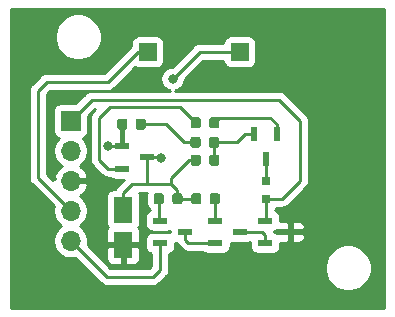
<source format=gbr>
%TF.GenerationSoftware,KiCad,Pcbnew,5.1.6-c6e7f7d~87~ubuntu18.04.1*%
%TF.CreationDate,2021-12-13T20:47:23-08:00*%
%TF.ProjectId,non-contact-voltage-sensor,6e6f6e2d-636f-46e7-9461-63742d766f6c,rev?*%
%TF.SameCoordinates,Original*%
%TF.FileFunction,Copper,L1,Top*%
%TF.FilePolarity,Positive*%
%FSLAX46Y46*%
G04 Gerber Fmt 4.6, Leading zero omitted, Abs format (unit mm)*
G04 Created by KiCad (PCBNEW 5.1.6-c6e7f7d~87~ubuntu18.04.1) date 2021-12-13 20:47:23*
%MOMM*%
%LPD*%
G01*
G04 APERTURE LIST*
%TA.AperFunction,SMDPad,CuDef*%
%ADD10R,1.500000X1.500000*%
%TD*%
%TA.AperFunction,ComponentPad*%
%ADD11O,1.700000X1.700000*%
%TD*%
%TA.AperFunction,ComponentPad*%
%ADD12R,1.700000X1.700000*%
%TD*%
%TA.AperFunction,SMDPad,CuDef*%
%ADD13R,1.600000X2.200000*%
%TD*%
%TA.AperFunction,SMDPad,CuDef*%
%ADD14R,0.800000X0.800000*%
%TD*%
%TA.AperFunction,SMDPad,CuDef*%
%ADD15R,1.300000X0.600000*%
%TD*%
%TA.AperFunction,SMDPad,CuDef*%
%ADD16R,0.600000X1.300000*%
%TD*%
%TA.AperFunction,ViaPad*%
%ADD17C,0.800000*%
%TD*%
%TA.AperFunction,Conductor*%
%ADD18C,0.250000*%
%TD*%
%TA.AperFunction,Conductor*%
%ADD19C,0.381000*%
%TD*%
%TA.AperFunction,Conductor*%
%ADD20C,0.254000*%
%TD*%
G04 APERTURE END LIST*
D10*
%TO.P,SW1,2*%
%TO.N,+9V*%
X155739000Y-88138000D03*
%TO.P,SW1,1*%
%TO.N,Net-(C1-Pad1)*%
X163539000Y-88138000D03*
%TD*%
D11*
%TO.P,J1,5*%
%TO.N,/Coil*%
X149225000Y-104140000D03*
%TO.P,J1,4*%
%TO.N,+9V*%
X149225000Y-101600000D03*
%TO.P,J1,3*%
%TO.N,GND*%
X149225000Y-99060000D03*
%TO.P,J1,2*%
%TO.N,/SP+*%
X149225000Y-96520000D03*
D12*
%TO.P,J1,1*%
%TO.N,/SP-*%
X149225000Y-93980000D03*
%TD*%
D13*
%TO.P,C1,2*%
%TO.N,GND*%
X153670000Y-104497000D03*
%TO.P,C1,1*%
%TO.N,Net-(C1-Pad1)*%
X153670000Y-101497000D03*
%TD*%
D14*
%TO.P,D1,2*%
%TO.N,Net-(D1-Pad2)*%
X165735000Y-99072000D03*
%TO.P,D1,1*%
%TO.N,/SP-*%
X165735000Y-100572000D03*
%TD*%
D15*
%TO.P,Q5,1*%
%TO.N,/SP+*%
X153585200Y-96128800D03*
%TO.P,Q5,2*%
%TO.N,Net-(Q5-Pad2)*%
X153585200Y-98028800D03*
%TO.P,Q5,3*%
%TO.N,Net-(C1-Pad1)*%
X155685200Y-97078800D03*
%TD*%
D16*
%TO.P,Q4,1*%
%TO.N,Net-(Q4-Pad1)*%
X166685000Y-95089000D03*
%TO.P,Q4,2*%
%TO.N,Net-(Q4-Pad2)*%
X164785000Y-95089000D03*
%TO.P,Q4,3*%
%TO.N,Net-(D1-Pad2)*%
X165735000Y-97189000D03*
%TD*%
D15*
%TO.P,Q3,1*%
%TO.N,/SP-*%
X165701000Y-102428000D03*
%TO.P,Q3,2*%
%TO.N,Net-(Q2-Pad3)*%
X165701000Y-104328000D03*
%TO.P,Q3,3*%
%TO.N,GND*%
X167801000Y-103378000D03*
%TD*%
%TO.P,Q2,1*%
%TO.N,Net-(Q2-Pad1)*%
X161476000Y-102428000D03*
%TO.P,Q2,2*%
%TO.N,Net-(Q1-Pad3)*%
X161476000Y-104328000D03*
%TO.P,Q2,3*%
%TO.N,Net-(Q2-Pad3)*%
X163576000Y-103378000D03*
%TD*%
%TO.P,Q1,1*%
%TO.N,Net-(Q1-Pad1)*%
X156811000Y-102428000D03*
%TO.P,Q1,2*%
%TO.N,/Coil*%
X156811000Y-104328000D03*
%TO.P,Q1,3*%
%TO.N,Net-(Q1-Pad3)*%
X158911000Y-103378000D03*
%TD*%
%TO.P,R5,2*%
%TO.N,Net-(Q4-Pad1)*%
%TA.AperFunction,SMDPad,CuDef*%
G36*
G01*
X160954200Y-94414050D02*
X160954200Y-93901550D01*
G75*
G02*
X161172950Y-93682800I218750J0D01*
G01*
X161610450Y-93682800D01*
G75*
G02*
X161829200Y-93901550I0J-218750D01*
G01*
X161829200Y-94414050D01*
G75*
G02*
X161610450Y-94632800I-218750J0D01*
G01*
X161172950Y-94632800D01*
G75*
G02*
X160954200Y-94414050I0J218750D01*
G01*
G37*
%TD.AperFunction*%
%TO.P,R5,1*%
%TO.N,Net-(Q5-Pad2)*%
%TA.AperFunction,SMDPad,CuDef*%
G36*
G01*
X159379200Y-94414050D02*
X159379200Y-93901550D01*
G75*
G02*
X159597950Y-93682800I218750J0D01*
G01*
X160035450Y-93682800D01*
G75*
G02*
X160254200Y-93901550I0J-218750D01*
G01*
X160254200Y-94414050D01*
G75*
G02*
X160035450Y-94632800I-218750J0D01*
G01*
X159597950Y-94632800D01*
G75*
G02*
X159379200Y-94414050I0J218750D01*
G01*
G37*
%TD.AperFunction*%
%TD*%
%TO.P,R4,2*%
%TO.N,Net-(Q4-Pad2)*%
%TA.AperFunction,SMDPad,CuDef*%
G36*
G01*
X160928700Y-96065050D02*
X160928700Y-95552550D01*
G75*
G02*
X161147450Y-95333800I218750J0D01*
G01*
X161584950Y-95333800D01*
G75*
G02*
X161803700Y-95552550I0J-218750D01*
G01*
X161803700Y-96065050D01*
G75*
G02*
X161584950Y-96283800I-218750J0D01*
G01*
X161147450Y-96283800D01*
G75*
G02*
X160928700Y-96065050I0J218750D01*
G01*
G37*
%TD.AperFunction*%
%TO.P,R4,1*%
%TO.N,Net-(C2-Pad1)*%
%TA.AperFunction,SMDPad,CuDef*%
G36*
G01*
X159353700Y-96065050D02*
X159353700Y-95552550D01*
G75*
G02*
X159572450Y-95333800I218750J0D01*
G01*
X160009950Y-95333800D01*
G75*
G02*
X160228700Y-95552550I0J-218750D01*
G01*
X160228700Y-96065050D01*
G75*
G02*
X160009950Y-96283800I-218750J0D01*
G01*
X159572450Y-96283800D01*
G75*
G02*
X159353700Y-96065050I0J218750D01*
G01*
G37*
%TD.AperFunction*%
%TD*%
%TO.P,R3,2*%
%TO.N,Net-(Q4-Pad2)*%
%TA.AperFunction,SMDPad,CuDef*%
G36*
G01*
X160954200Y-97589050D02*
X160954200Y-97076550D01*
G75*
G02*
X161172950Y-96857800I218750J0D01*
G01*
X161610450Y-96857800D01*
G75*
G02*
X161829200Y-97076550I0J-218750D01*
G01*
X161829200Y-97589050D01*
G75*
G02*
X161610450Y-97807800I-218750J0D01*
G01*
X161172950Y-97807800D01*
G75*
G02*
X160954200Y-97589050I0J218750D01*
G01*
G37*
%TD.AperFunction*%
%TO.P,R3,1*%
%TO.N,Net-(C1-Pad1)*%
%TA.AperFunction,SMDPad,CuDef*%
G36*
G01*
X159379200Y-97589050D02*
X159379200Y-97076550D01*
G75*
G02*
X159597950Y-96857800I218750J0D01*
G01*
X160035450Y-96857800D01*
G75*
G02*
X160254200Y-97076550I0J-218750D01*
G01*
X160254200Y-97589050D01*
G75*
G02*
X160035450Y-97807800I-218750J0D01*
G01*
X159597950Y-97807800D01*
G75*
G02*
X159379200Y-97589050I0J218750D01*
G01*
G37*
%TD.AperFunction*%
%TD*%
%TO.P,R2,2*%
%TO.N,Net-(Q2-Pad1)*%
%TA.AperFunction,SMDPad,CuDef*%
G36*
G01*
X161005000Y-100840250D02*
X161005000Y-100327750D01*
G75*
G02*
X161223750Y-100109000I218750J0D01*
G01*
X161661250Y-100109000D01*
G75*
G02*
X161880000Y-100327750I0J-218750D01*
G01*
X161880000Y-100840250D01*
G75*
G02*
X161661250Y-101059000I-218750J0D01*
G01*
X161223750Y-101059000D01*
G75*
G02*
X161005000Y-100840250I0J218750D01*
G01*
G37*
%TD.AperFunction*%
%TO.P,R2,1*%
%TO.N,Net-(C1-Pad1)*%
%TA.AperFunction,SMDPad,CuDef*%
G36*
G01*
X159430000Y-100840250D02*
X159430000Y-100327750D01*
G75*
G02*
X159648750Y-100109000I218750J0D01*
G01*
X160086250Y-100109000D01*
G75*
G02*
X160305000Y-100327750I0J-218750D01*
G01*
X160305000Y-100840250D01*
G75*
G02*
X160086250Y-101059000I-218750J0D01*
G01*
X159648750Y-101059000D01*
G75*
G02*
X159430000Y-100840250I0J218750D01*
G01*
G37*
%TD.AperFunction*%
%TD*%
%TO.P,R1,2*%
%TO.N,Net-(Q1-Pad1)*%
%TA.AperFunction,SMDPad,CuDef*%
G36*
G01*
X157130000Y-100327750D02*
X157130000Y-100840250D01*
G75*
G02*
X156911250Y-101059000I-218750J0D01*
G01*
X156473750Y-101059000D01*
G75*
G02*
X156255000Y-100840250I0J218750D01*
G01*
X156255000Y-100327750D01*
G75*
G02*
X156473750Y-100109000I218750J0D01*
G01*
X156911250Y-100109000D01*
G75*
G02*
X157130000Y-100327750I0J-218750D01*
G01*
G37*
%TD.AperFunction*%
%TO.P,R1,1*%
%TO.N,Net-(C1-Pad1)*%
%TA.AperFunction,SMDPad,CuDef*%
G36*
G01*
X158705000Y-100327750D02*
X158705000Y-100840250D01*
G75*
G02*
X158486250Y-101059000I-218750J0D01*
G01*
X158048750Y-101059000D01*
G75*
G02*
X157830000Y-100840250I0J218750D01*
G01*
X157830000Y-100327750D01*
G75*
G02*
X158048750Y-100109000I218750J0D01*
G01*
X158486250Y-100109000D01*
G75*
G02*
X158705000Y-100327750I0J-218750D01*
G01*
G37*
%TD.AperFunction*%
%TD*%
%TO.P,C2,2*%
%TO.N,/SP+*%
%TA.AperFunction,SMDPad,CuDef*%
G36*
G01*
X154031200Y-94028550D02*
X154031200Y-94541050D01*
G75*
G02*
X153812450Y-94759800I-218750J0D01*
G01*
X153374950Y-94759800D01*
G75*
G02*
X153156200Y-94541050I0J218750D01*
G01*
X153156200Y-94028550D01*
G75*
G02*
X153374950Y-93809800I218750J0D01*
G01*
X153812450Y-93809800D01*
G75*
G02*
X154031200Y-94028550I0J-218750D01*
G01*
G37*
%TD.AperFunction*%
%TO.P,C2,1*%
%TO.N,Net-(C2-Pad1)*%
%TA.AperFunction,SMDPad,CuDef*%
G36*
G01*
X155606200Y-94028550D02*
X155606200Y-94541050D01*
G75*
G02*
X155387450Y-94759800I-218750J0D01*
G01*
X154949950Y-94759800D01*
G75*
G02*
X154731200Y-94541050I0J218750D01*
G01*
X154731200Y-94028550D01*
G75*
G02*
X154949950Y-93809800I218750J0D01*
G01*
X155387450Y-93809800D01*
G75*
G02*
X155606200Y-94028550I0J-218750D01*
G01*
G37*
%TD.AperFunction*%
%TD*%
D17*
%TO.N,Net-(C1-Pad1)*%
X157861000Y-90424000D03*
X156845000Y-97155000D03*
%TO.N,/SP+*%
X152400000Y-96139000D03*
%TD*%
D18*
%TO.N,Net-(C1-Pad1)*%
X158267500Y-100584000D02*
X159867500Y-100584000D01*
X153670000Y-100076000D02*
X153670000Y-101497000D01*
X154432000Y-99314000D02*
X153670000Y-100076000D01*
X158267500Y-100584000D02*
X158267500Y-99847500D01*
X158267500Y-99847500D02*
X157734000Y-99314000D01*
X155685200Y-99297200D02*
X155702000Y-99314000D01*
X155685200Y-97078800D02*
X155685200Y-99297200D01*
X157734000Y-99314000D02*
X155702000Y-99314000D01*
X155702000Y-99314000D02*
X154432000Y-99314000D01*
X159816700Y-97332800D02*
X159207200Y-97332800D01*
X157734000Y-98806000D02*
X157734000Y-99314000D01*
X159207200Y-97332800D02*
X157734000Y-98806000D01*
X156768800Y-97078800D02*
X156845000Y-97155000D01*
X155685200Y-97078800D02*
X156768800Y-97078800D01*
X160147000Y-88138000D02*
X157861000Y-90424000D01*
X163539000Y-88138000D02*
X160147000Y-88138000D01*
%TO.N,+9V*%
X146431000Y-98806000D02*
X149225000Y-101600000D01*
X146431000Y-91440000D02*
X146431000Y-98806000D01*
X155739000Y-88138000D02*
X154940000Y-88138000D01*
X147193000Y-90678000D02*
X146431000Y-91440000D01*
X152400000Y-90678000D02*
X147193000Y-90678000D01*
X154940000Y-88138000D02*
X152400000Y-90678000D01*
D19*
%TO.N,/SP+*%
X153593700Y-96120300D02*
X153585200Y-96128800D01*
X153593700Y-94284800D02*
X153593700Y-96120300D01*
D18*
X152410200Y-96128800D02*
X152400000Y-96139000D01*
X153585200Y-96128800D02*
X152410200Y-96128800D01*
%TO.N,Net-(C2-Pad1)*%
X159791200Y-95808800D02*
X158800800Y-95808800D01*
X157276800Y-94284800D02*
X155168700Y-94284800D01*
X158800800Y-95808800D02*
X157276800Y-94284800D01*
%TO.N,/SP-*%
X165735000Y-102394000D02*
X165701000Y-102428000D01*
X165735000Y-100572000D02*
X165735000Y-102394000D01*
X168656000Y-93980000D02*
X166878000Y-92202000D01*
X165735000Y-100572000D02*
X167144000Y-100572000D01*
X151003000Y-92202000D02*
X149225000Y-93980000D01*
X166878000Y-92202000D02*
X151003000Y-92202000D01*
X168656000Y-99060000D02*
X168656000Y-93980000D01*
X167144000Y-100572000D02*
X168656000Y-99060000D01*
%TO.N,Net-(Q1-Pad1)*%
X156692500Y-102309500D02*
X156811000Y-102428000D01*
X156692500Y-100584000D02*
X156692500Y-102309500D01*
%TO.N,Net-(Q1-Pad3)*%
X158911000Y-103378000D02*
X158911000Y-104047000D01*
X159192000Y-104328000D02*
X161476000Y-104328000D01*
X158911000Y-104047000D02*
X159192000Y-104328000D01*
%TO.N,/Coil*%
X149225000Y-104140000D02*
X152273000Y-107188000D01*
X152273000Y-107188000D02*
X156210000Y-107188000D01*
X156811000Y-106587000D02*
X156811000Y-104328000D01*
X156210000Y-107188000D02*
X156811000Y-106587000D01*
%TO.N,Net-(Q2-Pad1)*%
X161442500Y-102394500D02*
X161476000Y-102428000D01*
X161442500Y-100584000D02*
X161442500Y-102394500D01*
%TO.N,Net-(Q2-Pad3)*%
X165701000Y-103632000D02*
X165701000Y-104328000D01*
X163576000Y-103378000D02*
X165447000Y-103378000D01*
X165447000Y-103378000D02*
X165701000Y-103632000D01*
%TO.N,Net-(Q4-Pad1)*%
X161823500Y-93726000D02*
X161391700Y-94157800D01*
X166116000Y-93726000D02*
X161823500Y-93726000D01*
X166685000Y-95089000D02*
X166685000Y-94295000D01*
X166685000Y-94295000D02*
X166116000Y-93726000D01*
%TO.N,Net-(D1-Pad2)*%
X165735000Y-97189000D02*
X165735000Y-99072000D01*
%TO.N,Net-(Q4-Pad2)*%
X164785000Y-95089000D02*
X163991000Y-95089000D01*
X163991000Y-95089000D02*
X163322000Y-95758000D01*
X161417000Y-95758000D02*
X161366200Y-95808800D01*
X163322000Y-95758000D02*
X161417000Y-95758000D01*
X161366200Y-97307300D02*
X161391700Y-97332800D01*
X161366200Y-95808800D02*
X161366200Y-97307300D01*
%TO.N,Net-(Q5-Pad2)*%
X159143690Y-93484790D02*
X159143690Y-93484690D01*
X159816700Y-94157800D02*
X159143690Y-93484790D01*
X159143690Y-93484690D02*
X158496000Y-92837000D01*
X158496000Y-92837000D02*
X152527000Y-92837000D01*
X152527000Y-92837000D02*
X151638000Y-93726000D01*
X151638000Y-93726000D02*
X151638000Y-97282000D01*
X152384800Y-98028800D02*
X153585200Y-98028800D01*
X151638000Y-97282000D02*
X152384800Y-98028800D01*
%TD*%
D20*
%TO.N,GND*%
G36*
X175743000Y-109830000D02*
G01*
X144170000Y-109830000D01*
X144170000Y-91440000D01*
X145667324Y-91440000D01*
X145671000Y-91477322D01*
X145671001Y-98768667D01*
X145667324Y-98806000D01*
X145671001Y-98843333D01*
X145673916Y-98872924D01*
X145681998Y-98954985D01*
X145725454Y-99098246D01*
X145796026Y-99230276D01*
X145850950Y-99297200D01*
X145891000Y-99346001D01*
X145919998Y-99369799D01*
X147783790Y-101233592D01*
X147740000Y-101453740D01*
X147740000Y-101746260D01*
X147797068Y-102033158D01*
X147909010Y-102303411D01*
X148071525Y-102546632D01*
X148278368Y-102753475D01*
X148452760Y-102870000D01*
X148278368Y-102986525D01*
X148071525Y-103193368D01*
X147909010Y-103436589D01*
X147797068Y-103706842D01*
X147740000Y-103993740D01*
X147740000Y-104286260D01*
X147797068Y-104573158D01*
X147909010Y-104843411D01*
X148071525Y-105086632D01*
X148278368Y-105293475D01*
X148521589Y-105455990D01*
X148791842Y-105567932D01*
X149078740Y-105625000D01*
X149371260Y-105625000D01*
X149591408Y-105581209D01*
X151709201Y-107699003D01*
X151732999Y-107728001D01*
X151761997Y-107751799D01*
X151848723Y-107822974D01*
X151980753Y-107893546D01*
X152124014Y-107937003D01*
X152235667Y-107948000D01*
X152235677Y-107948000D01*
X152273000Y-107951676D01*
X152310323Y-107948000D01*
X156172678Y-107948000D01*
X156210000Y-107951676D01*
X156247322Y-107948000D01*
X156247333Y-107948000D01*
X156358986Y-107937003D01*
X156502247Y-107893546D01*
X156634276Y-107822974D01*
X156750001Y-107728001D01*
X156773803Y-107698998D01*
X157322004Y-107150798D01*
X157351001Y-107127001D01*
X157445974Y-107011276D01*
X157516546Y-106879247D01*
X157560003Y-106735986D01*
X157571000Y-106624333D01*
X157571000Y-106624324D01*
X157574676Y-106587001D01*
X157571000Y-106549678D01*
X157571000Y-106230495D01*
X170735000Y-106230495D01*
X170735000Y-106621505D01*
X170811282Y-107005003D01*
X170960915Y-107366250D01*
X171178149Y-107691364D01*
X171454636Y-107967851D01*
X171779750Y-108185085D01*
X172140997Y-108334718D01*
X172524495Y-108411000D01*
X172915505Y-108411000D01*
X173299003Y-108334718D01*
X173660250Y-108185085D01*
X173985364Y-107967851D01*
X174261851Y-107691364D01*
X174479085Y-107366250D01*
X174628718Y-107005003D01*
X174705000Y-106621505D01*
X174705000Y-106230495D01*
X174628718Y-105846997D01*
X174479085Y-105485750D01*
X174261851Y-105160636D01*
X173985364Y-104884149D01*
X173660250Y-104666915D01*
X173299003Y-104517282D01*
X172915505Y-104441000D01*
X172524495Y-104441000D01*
X172140997Y-104517282D01*
X171779750Y-104666915D01*
X171454636Y-104884149D01*
X171178149Y-105160636D01*
X170960915Y-105485750D01*
X170811282Y-105846997D01*
X170735000Y-106230495D01*
X157571000Y-106230495D01*
X157571000Y-105255238D01*
X157585482Y-105253812D01*
X157705180Y-105217502D01*
X157815494Y-105158537D01*
X157912185Y-105079185D01*
X157991537Y-104982494D01*
X158050502Y-104872180D01*
X158086812Y-104752482D01*
X158099072Y-104628000D01*
X158099072Y-104292453D01*
X158136518Y-104303812D01*
X158196498Y-104309719D01*
X158205454Y-104339246D01*
X158276026Y-104471276D01*
X158313783Y-104517282D01*
X158371000Y-104587001D01*
X158399998Y-104610799D01*
X158628196Y-104838997D01*
X158651999Y-104868001D01*
X158767724Y-104962974D01*
X158899753Y-105033546D01*
X159043014Y-105077003D01*
X159154667Y-105088000D01*
X159154677Y-105088000D01*
X159191999Y-105091676D01*
X159229322Y-105088000D01*
X160385556Y-105088000D01*
X160471506Y-105158537D01*
X160581820Y-105217502D01*
X160701518Y-105253812D01*
X160826000Y-105266072D01*
X162126000Y-105266072D01*
X162250482Y-105253812D01*
X162370180Y-105217502D01*
X162480494Y-105158537D01*
X162577185Y-105079185D01*
X162656537Y-104982494D01*
X162715502Y-104872180D01*
X162751812Y-104752482D01*
X162764072Y-104628000D01*
X162764072Y-104292453D01*
X162801518Y-104303812D01*
X162926000Y-104316072D01*
X164226000Y-104316072D01*
X164350482Y-104303812D01*
X164412928Y-104284869D01*
X164412928Y-104628000D01*
X164425188Y-104752482D01*
X164461498Y-104872180D01*
X164520463Y-104982494D01*
X164599815Y-105079185D01*
X164696506Y-105158537D01*
X164806820Y-105217502D01*
X164926518Y-105253812D01*
X165051000Y-105266072D01*
X166351000Y-105266072D01*
X166475482Y-105253812D01*
X166595180Y-105217502D01*
X166705494Y-105158537D01*
X166802185Y-105079185D01*
X166881537Y-104982494D01*
X166940502Y-104872180D01*
X166976812Y-104752482D01*
X166989072Y-104628000D01*
X166989072Y-104292453D01*
X167026518Y-104303812D01*
X167151000Y-104316072D01*
X167515250Y-104313000D01*
X167674000Y-104154250D01*
X167674000Y-103505000D01*
X167928000Y-103505000D01*
X167928000Y-104154250D01*
X168086750Y-104313000D01*
X168451000Y-104316072D01*
X168575482Y-104303812D01*
X168695180Y-104267502D01*
X168805494Y-104208537D01*
X168902185Y-104129185D01*
X168981537Y-104032494D01*
X169040502Y-103922180D01*
X169076812Y-103802482D01*
X169089072Y-103678000D01*
X169086000Y-103663750D01*
X168927250Y-103505000D01*
X167928000Y-103505000D01*
X167674000Y-103505000D01*
X166714678Y-103505000D01*
X166705494Y-103497463D01*
X166595180Y-103438498D01*
X166475482Y-103402188D01*
X166423945Y-103397112D01*
X166412687Y-103359997D01*
X166475482Y-103353812D01*
X166595180Y-103317502D01*
X166705494Y-103258537D01*
X166714678Y-103251000D01*
X167674000Y-103251000D01*
X167674000Y-102601750D01*
X167928000Y-102601750D01*
X167928000Y-103251000D01*
X168927250Y-103251000D01*
X169086000Y-103092250D01*
X169089072Y-103078000D01*
X169076812Y-102953518D01*
X169040502Y-102833820D01*
X168981537Y-102723506D01*
X168902185Y-102626815D01*
X168805494Y-102547463D01*
X168695180Y-102488498D01*
X168575482Y-102452188D01*
X168451000Y-102439928D01*
X168086750Y-102443000D01*
X167928000Y-102601750D01*
X167674000Y-102601750D01*
X167515250Y-102443000D01*
X167151000Y-102439928D01*
X167026518Y-102452188D01*
X166989072Y-102463547D01*
X166989072Y-102128000D01*
X166976812Y-102003518D01*
X166940502Y-101883820D01*
X166881537Y-101773506D01*
X166802185Y-101676815D01*
X166705494Y-101597463D01*
X166595180Y-101538498D01*
X166495000Y-101508109D01*
X166495000Y-101498018D01*
X166586185Y-101423185D01*
X166661018Y-101332000D01*
X167106678Y-101332000D01*
X167144000Y-101335676D01*
X167181322Y-101332000D01*
X167181333Y-101332000D01*
X167292986Y-101321003D01*
X167436247Y-101277546D01*
X167568276Y-101206974D01*
X167684001Y-101112001D01*
X167707804Y-101082997D01*
X169167004Y-99623798D01*
X169196001Y-99600001D01*
X169250226Y-99533928D01*
X169290974Y-99484277D01*
X169361546Y-99352247D01*
X169373148Y-99314000D01*
X169405003Y-99208986D01*
X169416000Y-99097333D01*
X169416000Y-99097323D01*
X169419676Y-99060000D01*
X169416000Y-99022677D01*
X169416000Y-94017325D01*
X169419676Y-93980000D01*
X169416000Y-93942675D01*
X169416000Y-93942667D01*
X169405003Y-93831014D01*
X169361546Y-93687753D01*
X169290974Y-93555724D01*
X169196001Y-93439999D01*
X169167003Y-93416201D01*
X167441804Y-91691003D01*
X167418001Y-91661999D01*
X167302276Y-91567026D01*
X167170247Y-91496454D01*
X167026986Y-91452997D01*
X166915333Y-91442000D01*
X166915322Y-91442000D01*
X166878000Y-91438324D01*
X166840678Y-91442000D01*
X158048404Y-91442000D01*
X158162898Y-91419226D01*
X158351256Y-91341205D01*
X158520774Y-91227937D01*
X158664937Y-91083774D01*
X158778205Y-90914256D01*
X158856226Y-90725898D01*
X158896000Y-90525939D01*
X158896000Y-90463801D01*
X160461802Y-88898000D01*
X162151913Y-88898000D01*
X162163188Y-89012482D01*
X162199498Y-89132180D01*
X162258463Y-89242494D01*
X162337815Y-89339185D01*
X162434506Y-89418537D01*
X162544820Y-89477502D01*
X162664518Y-89513812D01*
X162789000Y-89526072D01*
X164289000Y-89526072D01*
X164413482Y-89513812D01*
X164533180Y-89477502D01*
X164643494Y-89418537D01*
X164740185Y-89339185D01*
X164819537Y-89242494D01*
X164878502Y-89132180D01*
X164914812Y-89012482D01*
X164927072Y-88888000D01*
X164927072Y-87388000D01*
X164914812Y-87263518D01*
X164878502Y-87143820D01*
X164819537Y-87033506D01*
X164740185Y-86936815D01*
X164643494Y-86857463D01*
X164533180Y-86798498D01*
X164413482Y-86762188D01*
X164289000Y-86749928D01*
X162789000Y-86749928D01*
X162664518Y-86762188D01*
X162544820Y-86798498D01*
X162434506Y-86857463D01*
X162337815Y-86936815D01*
X162258463Y-87033506D01*
X162199498Y-87143820D01*
X162163188Y-87263518D01*
X162151913Y-87378000D01*
X160184322Y-87378000D01*
X160146999Y-87374324D01*
X160109676Y-87378000D01*
X160109667Y-87378000D01*
X159998014Y-87388997D01*
X159854753Y-87432454D01*
X159722724Y-87503026D01*
X159606999Y-87597999D01*
X159583201Y-87626997D01*
X157821199Y-89389000D01*
X157759061Y-89389000D01*
X157559102Y-89428774D01*
X157370744Y-89506795D01*
X157201226Y-89620063D01*
X157057063Y-89764226D01*
X156943795Y-89933744D01*
X156865774Y-90122102D01*
X156826000Y-90322061D01*
X156826000Y-90525939D01*
X156865774Y-90725898D01*
X156943795Y-90914256D01*
X157057063Y-91083774D01*
X157201226Y-91227937D01*
X157370744Y-91341205D01*
X157559102Y-91419226D01*
X157673596Y-91442000D01*
X151040325Y-91442000D01*
X151003000Y-91438324D01*
X150965675Y-91442000D01*
X150965667Y-91442000D01*
X150854014Y-91452997D01*
X150710753Y-91496454D01*
X150578724Y-91567026D01*
X150462999Y-91661999D01*
X150439201Y-91690997D01*
X149638270Y-92491928D01*
X148375000Y-92491928D01*
X148250518Y-92504188D01*
X148130820Y-92540498D01*
X148020506Y-92599463D01*
X147923815Y-92678815D01*
X147844463Y-92775506D01*
X147785498Y-92885820D01*
X147749188Y-93005518D01*
X147736928Y-93130000D01*
X147736928Y-94830000D01*
X147749188Y-94954482D01*
X147785498Y-95074180D01*
X147844463Y-95184494D01*
X147923815Y-95281185D01*
X148020506Y-95360537D01*
X148130820Y-95419502D01*
X148203380Y-95441513D01*
X148071525Y-95573368D01*
X147909010Y-95816589D01*
X147797068Y-96086842D01*
X147740000Y-96373740D01*
X147740000Y-96666260D01*
X147797068Y-96953158D01*
X147909010Y-97223411D01*
X148071525Y-97466632D01*
X148278368Y-97673475D01*
X148460534Y-97795195D01*
X148343645Y-97864822D01*
X148127412Y-98059731D01*
X147953359Y-98293080D01*
X147828175Y-98555901D01*
X147783524Y-98703110D01*
X147904844Y-98932998D01*
X147740000Y-98932998D01*
X147740000Y-99040199D01*
X147191000Y-98491199D01*
X147191000Y-91754801D01*
X147507802Y-91438000D01*
X152362678Y-91438000D01*
X152400000Y-91441676D01*
X152437322Y-91438000D01*
X152437333Y-91438000D01*
X152548986Y-91427003D01*
X152692247Y-91383546D01*
X152824276Y-91312974D01*
X152940001Y-91218001D01*
X152963804Y-91188997D01*
X154699516Y-89453286D01*
X154744820Y-89477502D01*
X154864518Y-89513812D01*
X154989000Y-89526072D01*
X156489000Y-89526072D01*
X156613482Y-89513812D01*
X156733180Y-89477502D01*
X156843494Y-89418537D01*
X156940185Y-89339185D01*
X157019537Y-89242494D01*
X157078502Y-89132180D01*
X157114812Y-89012482D01*
X157127072Y-88888000D01*
X157127072Y-87388000D01*
X157114812Y-87263518D01*
X157078502Y-87143820D01*
X157019537Y-87033506D01*
X156940185Y-86936815D01*
X156843494Y-86857463D01*
X156733180Y-86798498D01*
X156613482Y-86762188D01*
X156489000Y-86749928D01*
X154989000Y-86749928D01*
X154864518Y-86762188D01*
X154744820Y-86798498D01*
X154634506Y-86857463D01*
X154537815Y-86936815D01*
X154458463Y-87033506D01*
X154399498Y-87143820D01*
X154363188Y-87263518D01*
X154350928Y-87388000D01*
X154350928Y-87652269D01*
X152085199Y-89918000D01*
X147230325Y-89918000D01*
X147193000Y-89914324D01*
X147155675Y-89918000D01*
X147155667Y-89918000D01*
X147044014Y-89928997D01*
X146900753Y-89972454D01*
X146768724Y-90043026D01*
X146652999Y-90137999D01*
X146629201Y-90166998D01*
X145920002Y-90876197D01*
X145890999Y-90899999D01*
X145838474Y-90964001D01*
X145796026Y-91015724D01*
X145725455Y-91147753D01*
X145725454Y-91147754D01*
X145681997Y-91291015D01*
X145671000Y-91402668D01*
X145671000Y-91402678D01*
X145667324Y-91440000D01*
X144170000Y-91440000D01*
X144170000Y-86672495D01*
X147875000Y-86672495D01*
X147875000Y-87063505D01*
X147951282Y-87447003D01*
X148100915Y-87808250D01*
X148318149Y-88133364D01*
X148594636Y-88409851D01*
X148919750Y-88627085D01*
X149280997Y-88776718D01*
X149664495Y-88853000D01*
X150055505Y-88853000D01*
X150439003Y-88776718D01*
X150800250Y-88627085D01*
X151125364Y-88409851D01*
X151401851Y-88133364D01*
X151619085Y-87808250D01*
X151768718Y-87447003D01*
X151845000Y-87063505D01*
X151845000Y-86672495D01*
X151768718Y-86288997D01*
X151619085Y-85927750D01*
X151401851Y-85602636D01*
X151125364Y-85326149D01*
X150800250Y-85108915D01*
X150439003Y-84959282D01*
X150055505Y-84883000D01*
X149664495Y-84883000D01*
X149280997Y-84959282D01*
X148919750Y-85108915D01*
X148594636Y-85326149D01*
X148318149Y-85602636D01*
X148100915Y-85927750D01*
X147951282Y-86288997D01*
X147875000Y-86672495D01*
X144170000Y-86672495D01*
X144170000Y-84480000D01*
X175743001Y-84480000D01*
X175743000Y-109830000D01*
G37*
X175743000Y-109830000D02*
X144170000Y-109830000D01*
X144170000Y-91440000D01*
X145667324Y-91440000D01*
X145671000Y-91477322D01*
X145671001Y-98768667D01*
X145667324Y-98806000D01*
X145671001Y-98843333D01*
X145673916Y-98872924D01*
X145681998Y-98954985D01*
X145725454Y-99098246D01*
X145796026Y-99230276D01*
X145850950Y-99297200D01*
X145891000Y-99346001D01*
X145919998Y-99369799D01*
X147783790Y-101233592D01*
X147740000Y-101453740D01*
X147740000Y-101746260D01*
X147797068Y-102033158D01*
X147909010Y-102303411D01*
X148071525Y-102546632D01*
X148278368Y-102753475D01*
X148452760Y-102870000D01*
X148278368Y-102986525D01*
X148071525Y-103193368D01*
X147909010Y-103436589D01*
X147797068Y-103706842D01*
X147740000Y-103993740D01*
X147740000Y-104286260D01*
X147797068Y-104573158D01*
X147909010Y-104843411D01*
X148071525Y-105086632D01*
X148278368Y-105293475D01*
X148521589Y-105455990D01*
X148791842Y-105567932D01*
X149078740Y-105625000D01*
X149371260Y-105625000D01*
X149591408Y-105581209D01*
X151709201Y-107699003D01*
X151732999Y-107728001D01*
X151761997Y-107751799D01*
X151848723Y-107822974D01*
X151980753Y-107893546D01*
X152124014Y-107937003D01*
X152235667Y-107948000D01*
X152235677Y-107948000D01*
X152273000Y-107951676D01*
X152310323Y-107948000D01*
X156172678Y-107948000D01*
X156210000Y-107951676D01*
X156247322Y-107948000D01*
X156247333Y-107948000D01*
X156358986Y-107937003D01*
X156502247Y-107893546D01*
X156634276Y-107822974D01*
X156750001Y-107728001D01*
X156773803Y-107698998D01*
X157322004Y-107150798D01*
X157351001Y-107127001D01*
X157445974Y-107011276D01*
X157516546Y-106879247D01*
X157560003Y-106735986D01*
X157571000Y-106624333D01*
X157571000Y-106624324D01*
X157574676Y-106587001D01*
X157571000Y-106549678D01*
X157571000Y-106230495D01*
X170735000Y-106230495D01*
X170735000Y-106621505D01*
X170811282Y-107005003D01*
X170960915Y-107366250D01*
X171178149Y-107691364D01*
X171454636Y-107967851D01*
X171779750Y-108185085D01*
X172140997Y-108334718D01*
X172524495Y-108411000D01*
X172915505Y-108411000D01*
X173299003Y-108334718D01*
X173660250Y-108185085D01*
X173985364Y-107967851D01*
X174261851Y-107691364D01*
X174479085Y-107366250D01*
X174628718Y-107005003D01*
X174705000Y-106621505D01*
X174705000Y-106230495D01*
X174628718Y-105846997D01*
X174479085Y-105485750D01*
X174261851Y-105160636D01*
X173985364Y-104884149D01*
X173660250Y-104666915D01*
X173299003Y-104517282D01*
X172915505Y-104441000D01*
X172524495Y-104441000D01*
X172140997Y-104517282D01*
X171779750Y-104666915D01*
X171454636Y-104884149D01*
X171178149Y-105160636D01*
X170960915Y-105485750D01*
X170811282Y-105846997D01*
X170735000Y-106230495D01*
X157571000Y-106230495D01*
X157571000Y-105255238D01*
X157585482Y-105253812D01*
X157705180Y-105217502D01*
X157815494Y-105158537D01*
X157912185Y-105079185D01*
X157991537Y-104982494D01*
X158050502Y-104872180D01*
X158086812Y-104752482D01*
X158099072Y-104628000D01*
X158099072Y-104292453D01*
X158136518Y-104303812D01*
X158196498Y-104309719D01*
X158205454Y-104339246D01*
X158276026Y-104471276D01*
X158313783Y-104517282D01*
X158371000Y-104587001D01*
X158399998Y-104610799D01*
X158628196Y-104838997D01*
X158651999Y-104868001D01*
X158767724Y-104962974D01*
X158899753Y-105033546D01*
X159043014Y-105077003D01*
X159154667Y-105088000D01*
X159154677Y-105088000D01*
X159191999Y-105091676D01*
X159229322Y-105088000D01*
X160385556Y-105088000D01*
X160471506Y-105158537D01*
X160581820Y-105217502D01*
X160701518Y-105253812D01*
X160826000Y-105266072D01*
X162126000Y-105266072D01*
X162250482Y-105253812D01*
X162370180Y-105217502D01*
X162480494Y-105158537D01*
X162577185Y-105079185D01*
X162656537Y-104982494D01*
X162715502Y-104872180D01*
X162751812Y-104752482D01*
X162764072Y-104628000D01*
X162764072Y-104292453D01*
X162801518Y-104303812D01*
X162926000Y-104316072D01*
X164226000Y-104316072D01*
X164350482Y-104303812D01*
X164412928Y-104284869D01*
X164412928Y-104628000D01*
X164425188Y-104752482D01*
X164461498Y-104872180D01*
X164520463Y-104982494D01*
X164599815Y-105079185D01*
X164696506Y-105158537D01*
X164806820Y-105217502D01*
X164926518Y-105253812D01*
X165051000Y-105266072D01*
X166351000Y-105266072D01*
X166475482Y-105253812D01*
X166595180Y-105217502D01*
X166705494Y-105158537D01*
X166802185Y-105079185D01*
X166881537Y-104982494D01*
X166940502Y-104872180D01*
X166976812Y-104752482D01*
X166989072Y-104628000D01*
X166989072Y-104292453D01*
X167026518Y-104303812D01*
X167151000Y-104316072D01*
X167515250Y-104313000D01*
X167674000Y-104154250D01*
X167674000Y-103505000D01*
X167928000Y-103505000D01*
X167928000Y-104154250D01*
X168086750Y-104313000D01*
X168451000Y-104316072D01*
X168575482Y-104303812D01*
X168695180Y-104267502D01*
X168805494Y-104208537D01*
X168902185Y-104129185D01*
X168981537Y-104032494D01*
X169040502Y-103922180D01*
X169076812Y-103802482D01*
X169089072Y-103678000D01*
X169086000Y-103663750D01*
X168927250Y-103505000D01*
X167928000Y-103505000D01*
X167674000Y-103505000D01*
X166714678Y-103505000D01*
X166705494Y-103497463D01*
X166595180Y-103438498D01*
X166475482Y-103402188D01*
X166423945Y-103397112D01*
X166412687Y-103359997D01*
X166475482Y-103353812D01*
X166595180Y-103317502D01*
X166705494Y-103258537D01*
X166714678Y-103251000D01*
X167674000Y-103251000D01*
X167674000Y-102601750D01*
X167928000Y-102601750D01*
X167928000Y-103251000D01*
X168927250Y-103251000D01*
X169086000Y-103092250D01*
X169089072Y-103078000D01*
X169076812Y-102953518D01*
X169040502Y-102833820D01*
X168981537Y-102723506D01*
X168902185Y-102626815D01*
X168805494Y-102547463D01*
X168695180Y-102488498D01*
X168575482Y-102452188D01*
X168451000Y-102439928D01*
X168086750Y-102443000D01*
X167928000Y-102601750D01*
X167674000Y-102601750D01*
X167515250Y-102443000D01*
X167151000Y-102439928D01*
X167026518Y-102452188D01*
X166989072Y-102463547D01*
X166989072Y-102128000D01*
X166976812Y-102003518D01*
X166940502Y-101883820D01*
X166881537Y-101773506D01*
X166802185Y-101676815D01*
X166705494Y-101597463D01*
X166595180Y-101538498D01*
X166495000Y-101508109D01*
X166495000Y-101498018D01*
X166586185Y-101423185D01*
X166661018Y-101332000D01*
X167106678Y-101332000D01*
X167144000Y-101335676D01*
X167181322Y-101332000D01*
X167181333Y-101332000D01*
X167292986Y-101321003D01*
X167436247Y-101277546D01*
X167568276Y-101206974D01*
X167684001Y-101112001D01*
X167707804Y-101082997D01*
X169167004Y-99623798D01*
X169196001Y-99600001D01*
X169250226Y-99533928D01*
X169290974Y-99484277D01*
X169361546Y-99352247D01*
X169373148Y-99314000D01*
X169405003Y-99208986D01*
X169416000Y-99097333D01*
X169416000Y-99097323D01*
X169419676Y-99060000D01*
X169416000Y-99022677D01*
X169416000Y-94017325D01*
X169419676Y-93980000D01*
X169416000Y-93942675D01*
X169416000Y-93942667D01*
X169405003Y-93831014D01*
X169361546Y-93687753D01*
X169290974Y-93555724D01*
X169196001Y-93439999D01*
X169167003Y-93416201D01*
X167441804Y-91691003D01*
X167418001Y-91661999D01*
X167302276Y-91567026D01*
X167170247Y-91496454D01*
X167026986Y-91452997D01*
X166915333Y-91442000D01*
X166915322Y-91442000D01*
X166878000Y-91438324D01*
X166840678Y-91442000D01*
X158048404Y-91442000D01*
X158162898Y-91419226D01*
X158351256Y-91341205D01*
X158520774Y-91227937D01*
X158664937Y-91083774D01*
X158778205Y-90914256D01*
X158856226Y-90725898D01*
X158896000Y-90525939D01*
X158896000Y-90463801D01*
X160461802Y-88898000D01*
X162151913Y-88898000D01*
X162163188Y-89012482D01*
X162199498Y-89132180D01*
X162258463Y-89242494D01*
X162337815Y-89339185D01*
X162434506Y-89418537D01*
X162544820Y-89477502D01*
X162664518Y-89513812D01*
X162789000Y-89526072D01*
X164289000Y-89526072D01*
X164413482Y-89513812D01*
X164533180Y-89477502D01*
X164643494Y-89418537D01*
X164740185Y-89339185D01*
X164819537Y-89242494D01*
X164878502Y-89132180D01*
X164914812Y-89012482D01*
X164927072Y-88888000D01*
X164927072Y-87388000D01*
X164914812Y-87263518D01*
X164878502Y-87143820D01*
X164819537Y-87033506D01*
X164740185Y-86936815D01*
X164643494Y-86857463D01*
X164533180Y-86798498D01*
X164413482Y-86762188D01*
X164289000Y-86749928D01*
X162789000Y-86749928D01*
X162664518Y-86762188D01*
X162544820Y-86798498D01*
X162434506Y-86857463D01*
X162337815Y-86936815D01*
X162258463Y-87033506D01*
X162199498Y-87143820D01*
X162163188Y-87263518D01*
X162151913Y-87378000D01*
X160184322Y-87378000D01*
X160146999Y-87374324D01*
X160109676Y-87378000D01*
X160109667Y-87378000D01*
X159998014Y-87388997D01*
X159854753Y-87432454D01*
X159722724Y-87503026D01*
X159606999Y-87597999D01*
X159583201Y-87626997D01*
X157821199Y-89389000D01*
X157759061Y-89389000D01*
X157559102Y-89428774D01*
X157370744Y-89506795D01*
X157201226Y-89620063D01*
X157057063Y-89764226D01*
X156943795Y-89933744D01*
X156865774Y-90122102D01*
X156826000Y-90322061D01*
X156826000Y-90525939D01*
X156865774Y-90725898D01*
X156943795Y-90914256D01*
X157057063Y-91083774D01*
X157201226Y-91227937D01*
X157370744Y-91341205D01*
X157559102Y-91419226D01*
X157673596Y-91442000D01*
X151040325Y-91442000D01*
X151003000Y-91438324D01*
X150965675Y-91442000D01*
X150965667Y-91442000D01*
X150854014Y-91452997D01*
X150710753Y-91496454D01*
X150578724Y-91567026D01*
X150462999Y-91661999D01*
X150439201Y-91690997D01*
X149638270Y-92491928D01*
X148375000Y-92491928D01*
X148250518Y-92504188D01*
X148130820Y-92540498D01*
X148020506Y-92599463D01*
X147923815Y-92678815D01*
X147844463Y-92775506D01*
X147785498Y-92885820D01*
X147749188Y-93005518D01*
X147736928Y-93130000D01*
X147736928Y-94830000D01*
X147749188Y-94954482D01*
X147785498Y-95074180D01*
X147844463Y-95184494D01*
X147923815Y-95281185D01*
X148020506Y-95360537D01*
X148130820Y-95419502D01*
X148203380Y-95441513D01*
X148071525Y-95573368D01*
X147909010Y-95816589D01*
X147797068Y-96086842D01*
X147740000Y-96373740D01*
X147740000Y-96666260D01*
X147797068Y-96953158D01*
X147909010Y-97223411D01*
X148071525Y-97466632D01*
X148278368Y-97673475D01*
X148460534Y-97795195D01*
X148343645Y-97864822D01*
X148127412Y-98059731D01*
X147953359Y-98293080D01*
X147828175Y-98555901D01*
X147783524Y-98703110D01*
X147904844Y-98932998D01*
X147740000Y-98932998D01*
X147740000Y-99040199D01*
X147191000Y-98491199D01*
X147191000Y-91754801D01*
X147507802Y-91438000D01*
X152362678Y-91438000D01*
X152400000Y-91441676D01*
X152437322Y-91438000D01*
X152437333Y-91438000D01*
X152548986Y-91427003D01*
X152692247Y-91383546D01*
X152824276Y-91312974D01*
X152940001Y-91218001D01*
X152963804Y-91188997D01*
X154699516Y-89453286D01*
X154744820Y-89477502D01*
X154864518Y-89513812D01*
X154989000Y-89526072D01*
X156489000Y-89526072D01*
X156613482Y-89513812D01*
X156733180Y-89477502D01*
X156843494Y-89418537D01*
X156940185Y-89339185D01*
X157019537Y-89242494D01*
X157078502Y-89132180D01*
X157114812Y-89012482D01*
X157127072Y-88888000D01*
X157127072Y-87388000D01*
X157114812Y-87263518D01*
X157078502Y-87143820D01*
X157019537Y-87033506D01*
X156940185Y-86936815D01*
X156843494Y-86857463D01*
X156733180Y-86798498D01*
X156613482Y-86762188D01*
X156489000Y-86749928D01*
X154989000Y-86749928D01*
X154864518Y-86762188D01*
X154744820Y-86798498D01*
X154634506Y-86857463D01*
X154537815Y-86936815D01*
X154458463Y-87033506D01*
X154399498Y-87143820D01*
X154363188Y-87263518D01*
X154350928Y-87388000D01*
X154350928Y-87652269D01*
X152085199Y-89918000D01*
X147230325Y-89918000D01*
X147193000Y-89914324D01*
X147155675Y-89918000D01*
X147155667Y-89918000D01*
X147044014Y-89928997D01*
X146900753Y-89972454D01*
X146768724Y-90043026D01*
X146652999Y-90137999D01*
X146629201Y-90166998D01*
X145920002Y-90876197D01*
X145890999Y-90899999D01*
X145838474Y-90964001D01*
X145796026Y-91015724D01*
X145725455Y-91147753D01*
X145725454Y-91147754D01*
X145681997Y-91291015D01*
X145671000Y-91402668D01*
X145671000Y-91402678D01*
X145667324Y-91440000D01*
X144170000Y-91440000D01*
X144170000Y-86672495D01*
X147875000Y-86672495D01*
X147875000Y-87063505D01*
X147951282Y-87447003D01*
X148100915Y-87808250D01*
X148318149Y-88133364D01*
X148594636Y-88409851D01*
X148919750Y-88627085D01*
X149280997Y-88776718D01*
X149664495Y-88853000D01*
X150055505Y-88853000D01*
X150439003Y-88776718D01*
X150800250Y-88627085D01*
X151125364Y-88409851D01*
X151401851Y-88133364D01*
X151619085Y-87808250D01*
X151768718Y-87447003D01*
X151845000Y-87063505D01*
X151845000Y-86672495D01*
X151768718Y-86288997D01*
X151619085Y-85927750D01*
X151401851Y-85602636D01*
X151125364Y-85326149D01*
X150800250Y-85108915D01*
X150439003Y-84959282D01*
X150055505Y-84883000D01*
X149664495Y-84883000D01*
X149280997Y-84959282D01*
X148919750Y-85108915D01*
X148594636Y-85326149D01*
X148318149Y-85602636D01*
X148100915Y-85927750D01*
X147951282Y-86288997D01*
X147875000Y-86672495D01*
X144170000Y-86672495D01*
X144170000Y-84480000D01*
X175743001Y-84480000D01*
X175743000Y-109830000D01*
G36*
X151127002Y-93162197D02*
G01*
X151097999Y-93185999D01*
X151056185Y-93236950D01*
X151003026Y-93301724D01*
X150938371Y-93422685D01*
X150932454Y-93433754D01*
X150888997Y-93577015D01*
X150878000Y-93688668D01*
X150878000Y-93688678D01*
X150874324Y-93726000D01*
X150878000Y-93763323D01*
X150878001Y-97244668D01*
X150874324Y-97282000D01*
X150878001Y-97319333D01*
X150888998Y-97430986D01*
X150896672Y-97456285D01*
X150932454Y-97574246D01*
X151003026Y-97706276D01*
X151044717Y-97757076D01*
X151098000Y-97822001D01*
X151126998Y-97845799D01*
X151821001Y-98539802D01*
X151844799Y-98568801D01*
X151960524Y-98663774D01*
X152092553Y-98734346D01*
X152235814Y-98777803D01*
X152347467Y-98788800D01*
X152347475Y-98788800D01*
X152384800Y-98792476D01*
X152422125Y-98788800D01*
X152494756Y-98788800D01*
X152580706Y-98859337D01*
X152691020Y-98918302D01*
X152810718Y-98954612D01*
X152935200Y-98966872D01*
X153704326Y-98966872D01*
X153159002Y-99512197D01*
X153129999Y-99535999D01*
X153091839Y-99582498D01*
X153035026Y-99651724D01*
X152977724Y-99758928D01*
X152870000Y-99758928D01*
X152745518Y-99771188D01*
X152625820Y-99807498D01*
X152515506Y-99866463D01*
X152418815Y-99945815D01*
X152339463Y-100042506D01*
X152280498Y-100152820D01*
X152244188Y-100272518D01*
X152231928Y-100397000D01*
X152231928Y-102597000D01*
X152244188Y-102721482D01*
X152280498Y-102841180D01*
X152339463Y-102951494D01*
X152376809Y-102997000D01*
X152339463Y-103042506D01*
X152280498Y-103152820D01*
X152244188Y-103272518D01*
X152231928Y-103397000D01*
X152235000Y-104211250D01*
X152393750Y-104370000D01*
X153543000Y-104370000D01*
X153543000Y-104350000D01*
X153797000Y-104350000D01*
X153797000Y-104370000D01*
X154946250Y-104370000D01*
X155105000Y-104211250D01*
X155108072Y-103397000D01*
X155095812Y-103272518D01*
X155059502Y-103152820D01*
X155000537Y-103042506D01*
X154963191Y-102997000D01*
X155000537Y-102951494D01*
X155059502Y-102841180D01*
X155095812Y-102721482D01*
X155108072Y-102597000D01*
X155108072Y-100397000D01*
X155095812Y-100272518D01*
X155059502Y-100152820D01*
X155017371Y-100074000D01*
X155659659Y-100074000D01*
X155633392Y-100160592D01*
X155616928Y-100327750D01*
X155616928Y-100840250D01*
X155633392Y-101007408D01*
X155682150Y-101168142D01*
X155761329Y-101316275D01*
X155867885Y-101446115D01*
X155932501Y-101499143D01*
X155932501Y-101533741D01*
X155916820Y-101538498D01*
X155806506Y-101597463D01*
X155709815Y-101676815D01*
X155630463Y-101773506D01*
X155571498Y-101883820D01*
X155535188Y-102003518D01*
X155522928Y-102128000D01*
X155522928Y-102728000D01*
X155535188Y-102852482D01*
X155571498Y-102972180D01*
X155630463Y-103082494D01*
X155709815Y-103179185D01*
X155806506Y-103258537D01*
X155916820Y-103317502D01*
X156036518Y-103353812D01*
X156161000Y-103366072D01*
X157461000Y-103366072D01*
X157585482Y-103353812D01*
X157622928Y-103342453D01*
X157622928Y-103413547D01*
X157585482Y-103402188D01*
X157461000Y-103389928D01*
X156161000Y-103389928D01*
X156036518Y-103402188D01*
X155916820Y-103438498D01*
X155806506Y-103497463D01*
X155709815Y-103576815D01*
X155630463Y-103673506D01*
X155571498Y-103783820D01*
X155535188Y-103903518D01*
X155522928Y-104028000D01*
X155522928Y-104628000D01*
X155535188Y-104752482D01*
X155571498Y-104872180D01*
X155630463Y-104982494D01*
X155709815Y-105079185D01*
X155806506Y-105158537D01*
X155916820Y-105217502D01*
X156036518Y-105253812D01*
X156051001Y-105255238D01*
X156051000Y-106272198D01*
X155895199Y-106428000D01*
X152587802Y-106428000D01*
X151756802Y-105597000D01*
X152231928Y-105597000D01*
X152244188Y-105721482D01*
X152280498Y-105841180D01*
X152339463Y-105951494D01*
X152418815Y-106048185D01*
X152515506Y-106127537D01*
X152625820Y-106186502D01*
X152745518Y-106222812D01*
X152870000Y-106235072D01*
X153384250Y-106232000D01*
X153543000Y-106073250D01*
X153543000Y-104624000D01*
X153797000Y-104624000D01*
X153797000Y-106073250D01*
X153955750Y-106232000D01*
X154470000Y-106235072D01*
X154594482Y-106222812D01*
X154714180Y-106186502D01*
X154824494Y-106127537D01*
X154921185Y-106048185D01*
X155000537Y-105951494D01*
X155059502Y-105841180D01*
X155095812Y-105721482D01*
X155108072Y-105597000D01*
X155105000Y-104782750D01*
X154946250Y-104624000D01*
X153797000Y-104624000D01*
X153543000Y-104624000D01*
X152393750Y-104624000D01*
X152235000Y-104782750D01*
X152231928Y-105597000D01*
X151756802Y-105597000D01*
X150666209Y-104506408D01*
X150710000Y-104286260D01*
X150710000Y-103993740D01*
X150652932Y-103706842D01*
X150540990Y-103436589D01*
X150378475Y-103193368D01*
X150171632Y-102986525D01*
X149997240Y-102870000D01*
X150171632Y-102753475D01*
X150378475Y-102546632D01*
X150540990Y-102303411D01*
X150652932Y-102033158D01*
X150710000Y-101746260D01*
X150710000Y-101453740D01*
X150652932Y-101166842D01*
X150540990Y-100896589D01*
X150378475Y-100653368D01*
X150171632Y-100446525D01*
X149989466Y-100324805D01*
X150106355Y-100255178D01*
X150322588Y-100060269D01*
X150496641Y-99826920D01*
X150621825Y-99564099D01*
X150666476Y-99416890D01*
X150545155Y-99187000D01*
X149352000Y-99187000D01*
X149352000Y-99207000D01*
X149098000Y-99207000D01*
X149098000Y-99187000D01*
X149078000Y-99187000D01*
X149078000Y-98933000D01*
X149098000Y-98933000D01*
X149098000Y-98913000D01*
X149352000Y-98913000D01*
X149352000Y-98933000D01*
X150545155Y-98933000D01*
X150666476Y-98703110D01*
X150621825Y-98555901D01*
X150496641Y-98293080D01*
X150322588Y-98059731D01*
X150106355Y-97864822D01*
X149989466Y-97795195D01*
X150171632Y-97673475D01*
X150378475Y-97466632D01*
X150540990Y-97223411D01*
X150652932Y-96953158D01*
X150710000Y-96666260D01*
X150710000Y-96373740D01*
X150652932Y-96086842D01*
X150540990Y-95816589D01*
X150378475Y-95573368D01*
X150246620Y-95441513D01*
X150319180Y-95419502D01*
X150429494Y-95360537D01*
X150526185Y-95281185D01*
X150605537Y-95184494D01*
X150664502Y-95074180D01*
X150700812Y-94954482D01*
X150713072Y-94830000D01*
X150713072Y-93566730D01*
X151317802Y-92962000D01*
X151327199Y-92962000D01*
X151127002Y-93162197D01*
G37*
X151127002Y-93162197D02*
X151097999Y-93185999D01*
X151056185Y-93236950D01*
X151003026Y-93301724D01*
X150938371Y-93422685D01*
X150932454Y-93433754D01*
X150888997Y-93577015D01*
X150878000Y-93688668D01*
X150878000Y-93688678D01*
X150874324Y-93726000D01*
X150878000Y-93763323D01*
X150878001Y-97244668D01*
X150874324Y-97282000D01*
X150878001Y-97319333D01*
X150888998Y-97430986D01*
X150896672Y-97456285D01*
X150932454Y-97574246D01*
X151003026Y-97706276D01*
X151044717Y-97757076D01*
X151098000Y-97822001D01*
X151126998Y-97845799D01*
X151821001Y-98539802D01*
X151844799Y-98568801D01*
X151960524Y-98663774D01*
X152092553Y-98734346D01*
X152235814Y-98777803D01*
X152347467Y-98788800D01*
X152347475Y-98788800D01*
X152384800Y-98792476D01*
X152422125Y-98788800D01*
X152494756Y-98788800D01*
X152580706Y-98859337D01*
X152691020Y-98918302D01*
X152810718Y-98954612D01*
X152935200Y-98966872D01*
X153704326Y-98966872D01*
X153159002Y-99512197D01*
X153129999Y-99535999D01*
X153091839Y-99582498D01*
X153035026Y-99651724D01*
X152977724Y-99758928D01*
X152870000Y-99758928D01*
X152745518Y-99771188D01*
X152625820Y-99807498D01*
X152515506Y-99866463D01*
X152418815Y-99945815D01*
X152339463Y-100042506D01*
X152280498Y-100152820D01*
X152244188Y-100272518D01*
X152231928Y-100397000D01*
X152231928Y-102597000D01*
X152244188Y-102721482D01*
X152280498Y-102841180D01*
X152339463Y-102951494D01*
X152376809Y-102997000D01*
X152339463Y-103042506D01*
X152280498Y-103152820D01*
X152244188Y-103272518D01*
X152231928Y-103397000D01*
X152235000Y-104211250D01*
X152393750Y-104370000D01*
X153543000Y-104370000D01*
X153543000Y-104350000D01*
X153797000Y-104350000D01*
X153797000Y-104370000D01*
X154946250Y-104370000D01*
X155105000Y-104211250D01*
X155108072Y-103397000D01*
X155095812Y-103272518D01*
X155059502Y-103152820D01*
X155000537Y-103042506D01*
X154963191Y-102997000D01*
X155000537Y-102951494D01*
X155059502Y-102841180D01*
X155095812Y-102721482D01*
X155108072Y-102597000D01*
X155108072Y-100397000D01*
X155095812Y-100272518D01*
X155059502Y-100152820D01*
X155017371Y-100074000D01*
X155659659Y-100074000D01*
X155633392Y-100160592D01*
X155616928Y-100327750D01*
X155616928Y-100840250D01*
X155633392Y-101007408D01*
X155682150Y-101168142D01*
X155761329Y-101316275D01*
X155867885Y-101446115D01*
X155932501Y-101499143D01*
X155932501Y-101533741D01*
X155916820Y-101538498D01*
X155806506Y-101597463D01*
X155709815Y-101676815D01*
X155630463Y-101773506D01*
X155571498Y-101883820D01*
X155535188Y-102003518D01*
X155522928Y-102128000D01*
X155522928Y-102728000D01*
X155535188Y-102852482D01*
X155571498Y-102972180D01*
X155630463Y-103082494D01*
X155709815Y-103179185D01*
X155806506Y-103258537D01*
X155916820Y-103317502D01*
X156036518Y-103353812D01*
X156161000Y-103366072D01*
X157461000Y-103366072D01*
X157585482Y-103353812D01*
X157622928Y-103342453D01*
X157622928Y-103413547D01*
X157585482Y-103402188D01*
X157461000Y-103389928D01*
X156161000Y-103389928D01*
X156036518Y-103402188D01*
X155916820Y-103438498D01*
X155806506Y-103497463D01*
X155709815Y-103576815D01*
X155630463Y-103673506D01*
X155571498Y-103783820D01*
X155535188Y-103903518D01*
X155522928Y-104028000D01*
X155522928Y-104628000D01*
X155535188Y-104752482D01*
X155571498Y-104872180D01*
X155630463Y-104982494D01*
X155709815Y-105079185D01*
X155806506Y-105158537D01*
X155916820Y-105217502D01*
X156036518Y-105253812D01*
X156051001Y-105255238D01*
X156051000Y-106272198D01*
X155895199Y-106428000D01*
X152587802Y-106428000D01*
X151756802Y-105597000D01*
X152231928Y-105597000D01*
X152244188Y-105721482D01*
X152280498Y-105841180D01*
X152339463Y-105951494D01*
X152418815Y-106048185D01*
X152515506Y-106127537D01*
X152625820Y-106186502D01*
X152745518Y-106222812D01*
X152870000Y-106235072D01*
X153384250Y-106232000D01*
X153543000Y-106073250D01*
X153543000Y-104624000D01*
X153797000Y-104624000D01*
X153797000Y-106073250D01*
X153955750Y-106232000D01*
X154470000Y-106235072D01*
X154594482Y-106222812D01*
X154714180Y-106186502D01*
X154824494Y-106127537D01*
X154921185Y-106048185D01*
X155000537Y-105951494D01*
X155059502Y-105841180D01*
X155095812Y-105721482D01*
X155108072Y-105597000D01*
X155105000Y-104782750D01*
X154946250Y-104624000D01*
X153797000Y-104624000D01*
X153543000Y-104624000D01*
X152393750Y-104624000D01*
X152235000Y-104782750D01*
X152231928Y-105597000D01*
X151756802Y-105597000D01*
X150666209Y-104506408D01*
X150710000Y-104286260D01*
X150710000Y-103993740D01*
X150652932Y-103706842D01*
X150540990Y-103436589D01*
X150378475Y-103193368D01*
X150171632Y-102986525D01*
X149997240Y-102870000D01*
X150171632Y-102753475D01*
X150378475Y-102546632D01*
X150540990Y-102303411D01*
X150652932Y-102033158D01*
X150710000Y-101746260D01*
X150710000Y-101453740D01*
X150652932Y-101166842D01*
X150540990Y-100896589D01*
X150378475Y-100653368D01*
X150171632Y-100446525D01*
X149989466Y-100324805D01*
X150106355Y-100255178D01*
X150322588Y-100060269D01*
X150496641Y-99826920D01*
X150621825Y-99564099D01*
X150666476Y-99416890D01*
X150545155Y-99187000D01*
X149352000Y-99187000D01*
X149352000Y-99207000D01*
X149098000Y-99207000D01*
X149098000Y-99187000D01*
X149078000Y-99187000D01*
X149078000Y-98933000D01*
X149098000Y-98933000D01*
X149098000Y-98913000D01*
X149352000Y-98913000D01*
X149352000Y-98933000D01*
X150545155Y-98933000D01*
X150666476Y-98703110D01*
X150621825Y-98555901D01*
X150496641Y-98293080D01*
X150322588Y-98059731D01*
X150106355Y-97864822D01*
X149989466Y-97795195D01*
X150171632Y-97673475D01*
X150378475Y-97466632D01*
X150540990Y-97223411D01*
X150652932Y-96953158D01*
X150710000Y-96666260D01*
X150710000Y-96373740D01*
X150652932Y-96086842D01*
X150540990Y-95816589D01*
X150378475Y-95573368D01*
X150246620Y-95441513D01*
X150319180Y-95419502D01*
X150429494Y-95360537D01*
X150526185Y-95281185D01*
X150605537Y-95184494D01*
X150664502Y-95074180D01*
X150700812Y-94954482D01*
X150713072Y-94830000D01*
X150713072Y-93566730D01*
X151317802Y-92962000D01*
X151327199Y-92962000D01*
X151127002Y-93162197D01*
%TD*%
M02*

</source>
